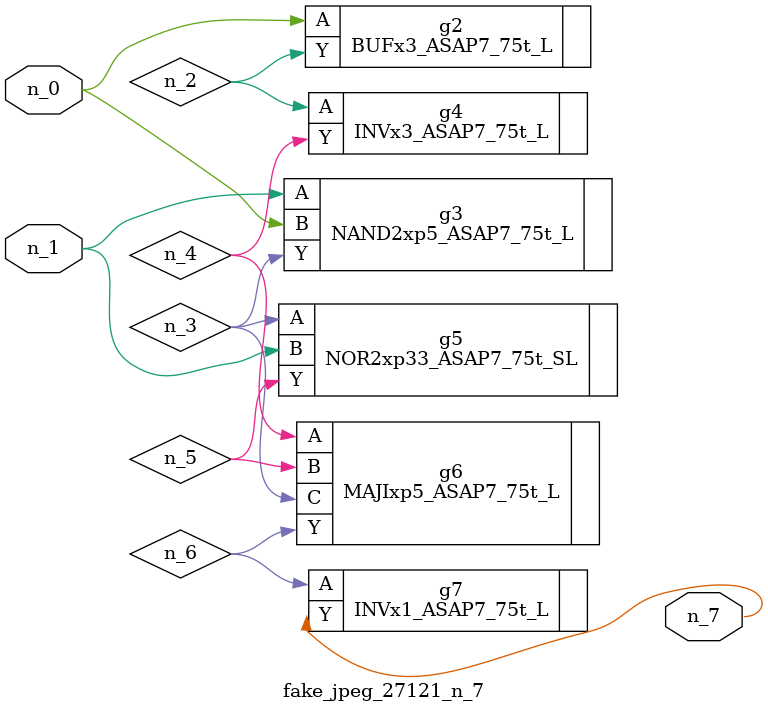
<source format=v>
module fake_jpeg_27121_n_7 (n_0, n_1, n_7);

input n_0;
input n_1;

output n_7;

wire n_2;
wire n_3;
wire n_4;
wire n_6;
wire n_5;

BUFx3_ASAP7_75t_L g2 ( 
.A(n_0),
.Y(n_2)
);

NAND2xp5_ASAP7_75t_L g3 ( 
.A(n_1),
.B(n_0),
.Y(n_3)
);

INVx3_ASAP7_75t_L g4 ( 
.A(n_2),
.Y(n_4)
);

MAJIxp5_ASAP7_75t_L g6 ( 
.A(n_4),
.B(n_5),
.C(n_3),
.Y(n_6)
);

NOR2xp33_ASAP7_75t_SL g5 ( 
.A(n_3),
.B(n_1),
.Y(n_5)
);

INVx1_ASAP7_75t_L g7 ( 
.A(n_6),
.Y(n_7)
);


endmodule
</source>
